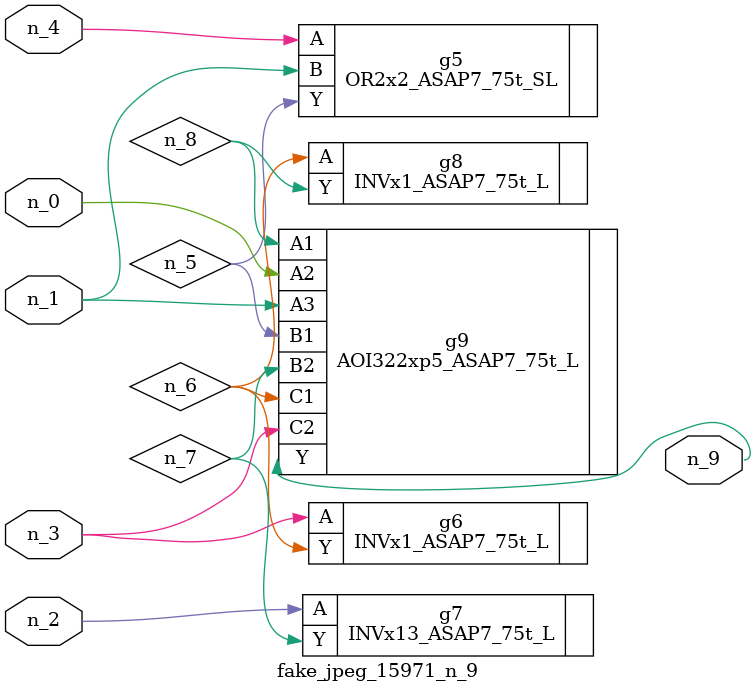
<source format=v>
module fake_jpeg_15971_n_9 (n_3, n_2, n_1, n_0, n_4, n_9);

input n_3;
input n_2;
input n_1;
input n_0;
input n_4;

output n_9;

wire n_8;
wire n_6;
wire n_5;
wire n_7;

OR2x2_ASAP7_75t_SL g5 ( 
.A(n_4),
.B(n_1),
.Y(n_5)
);

INVx1_ASAP7_75t_L g6 ( 
.A(n_3),
.Y(n_6)
);

INVx13_ASAP7_75t_L g7 ( 
.A(n_2),
.Y(n_7)
);

INVx1_ASAP7_75t_L g8 ( 
.A(n_6),
.Y(n_8)
);

AOI322xp5_ASAP7_75t_L g9 ( 
.A1(n_8),
.A2(n_0),
.A3(n_1),
.B1(n_5),
.B2(n_7),
.C1(n_6),
.C2(n_3),
.Y(n_9)
);


endmodule
</source>
